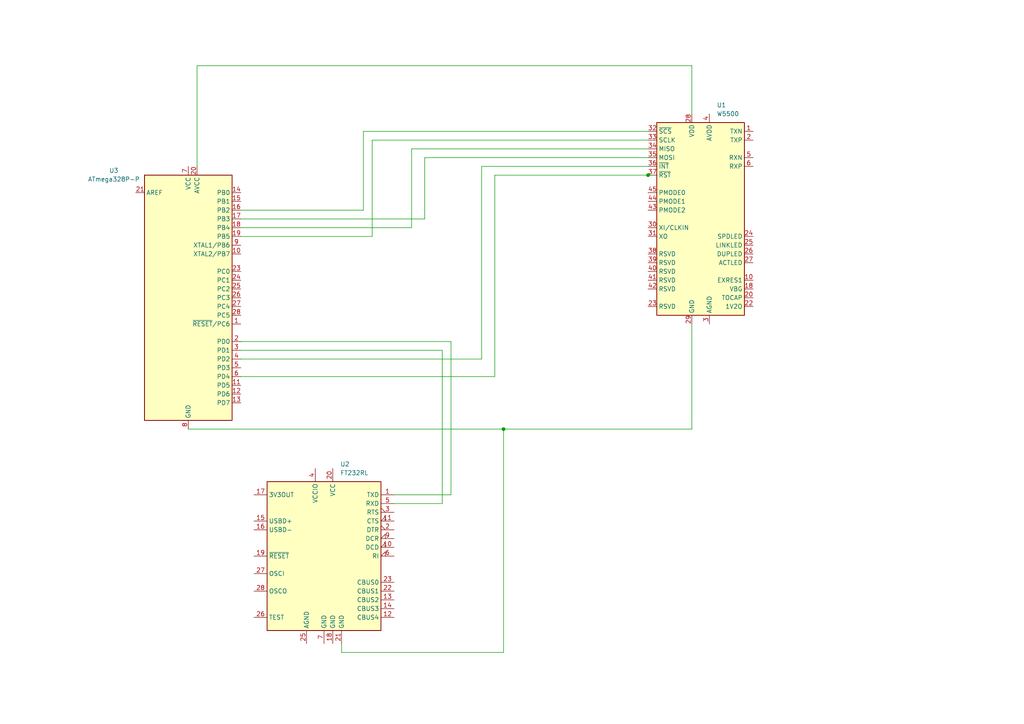
<source format=kicad_sch>
(kicad_sch
	(version 20250114)
	(generator "eeschema")
	(generator_version "9.0")
	(uuid "66841223-ad45-475d-8a03-75366774ef75")
	(paper "A4")
	(title_block
		(title "Smart Bell Haufe")
		(rev "1.0.0")
	)
	(lib_symbols
		(symbol "Interface_Ethernet:W5500"
			(exclude_from_sim no)
			(in_bom yes)
			(on_board yes)
			(property "Reference" "U"
				(at -11.43 29.21 0)
				(effects
					(font
						(size 1.27 1.27)
					)
				)
			)
			(property "Value" "W5500"
				(at 8.89 29.21 0)
				(effects
					(font
						(size 1.27 1.27)
					)
				)
			)
			(property "Footprint" "Package_QFP:LQFP-48_7x7mm_P0.5mm"
				(at 0 41.91 0)
				(effects
					(font
						(size 1.27 1.27)
					)
					(hide yes)
				)
			)
			(property "Datasheet" "http://wizwiki.net/wiki/lib/exe/fetch.php/products:w5500:w5500_ds_v109e.pdf"
				(at 0 25.4 0)
				(effects
					(font
						(size 1.27 1.27)
					)
					(hide yes)
				)
			)
			(property "Description" "10/100Mb SPI Ethernet controller with TCP/IP stack, LQFP-48"
				(at 0 0 0)
				(effects
					(font
						(size 1.27 1.27)
					)
					(hide yes)
				)
			)
			(property "ki_keywords" "WIZnet Ethernet controller"
				(at 0 0 0)
				(effects
					(font
						(size 1.27 1.27)
					)
					(hide yes)
				)
			)
			(property "ki_fp_filters" "LQFP*7x7mm*P0.5mm*"
				(at 0 0 0)
				(effects
					(font
						(size 1.27 1.27)
					)
					(hide yes)
				)
			)
			(symbol "W5500_0_1"
				(rectangle
					(start -12.7 27.94)
					(end 12.7 -27.94)
					(stroke
						(width 0.254)
						(type default)
					)
					(fill
						(type background)
					)
				)
			)
			(symbol "W5500_1_1"
				(pin input line
					(at -15.24 25.4 0)
					(length 2.54)
					(name "~{SCS}"
						(effects
							(font
								(size 1.27 1.27)
							)
						)
					)
					(number "32"
						(effects
							(font
								(size 1.27 1.27)
							)
						)
					)
				)
				(pin input line
					(at -15.24 22.86 0)
					(length 2.54)
					(name "SCLK"
						(effects
							(font
								(size 1.27 1.27)
							)
						)
					)
					(number "33"
						(effects
							(font
								(size 1.27 1.27)
							)
						)
					)
				)
				(pin output line
					(at -15.24 20.32 0)
					(length 2.54)
					(name "MISO"
						(effects
							(font
								(size 1.27 1.27)
							)
						)
					)
					(number "34"
						(effects
							(font
								(size 1.27 1.27)
							)
						)
					)
				)
				(pin input line
					(at -15.24 17.78 0)
					(length 2.54)
					(name "MOSI"
						(effects
							(font
								(size 1.27 1.27)
							)
						)
					)
					(number "35"
						(effects
							(font
								(size 1.27 1.27)
							)
						)
					)
				)
				(pin input line
					(at -15.24 15.24 0)
					(length 2.54)
					(name "~{INT}"
						(effects
							(font
								(size 1.27 1.27)
							)
						)
					)
					(number "36"
						(effects
							(font
								(size 1.27 1.27)
							)
						)
					)
				)
				(pin input line
					(at -15.24 12.7 0)
					(length 2.54)
					(name "~{RST}"
						(effects
							(font
								(size 1.27 1.27)
							)
						)
					)
					(number "37"
						(effects
							(font
								(size 1.27 1.27)
							)
						)
					)
				)
				(pin input line
					(at -15.24 7.62 0)
					(length 2.54)
					(name "PMODE0"
						(effects
							(font
								(size 1.27 1.27)
							)
						)
					)
					(number "45"
						(effects
							(font
								(size 1.27 1.27)
							)
						)
					)
				)
				(pin input line
					(at -15.24 5.08 0)
					(length 2.54)
					(name "PMODE1"
						(effects
							(font
								(size 1.27 1.27)
							)
						)
					)
					(number "44"
						(effects
							(font
								(size 1.27 1.27)
							)
						)
					)
				)
				(pin input line
					(at -15.24 2.54 0)
					(length 2.54)
					(name "PMODE2"
						(effects
							(font
								(size 1.27 1.27)
							)
						)
					)
					(number "43"
						(effects
							(font
								(size 1.27 1.27)
							)
						)
					)
				)
				(pin input line
					(at -15.24 -2.54 0)
					(length 2.54)
					(name "XI/CLKIN"
						(effects
							(font
								(size 1.27 1.27)
							)
						)
					)
					(number "30"
						(effects
							(font
								(size 1.27 1.27)
							)
						)
					)
				)
				(pin output line
					(at -15.24 -5.08 0)
					(length 2.54)
					(name "XO"
						(effects
							(font
								(size 1.27 1.27)
							)
						)
					)
					(number "31"
						(effects
							(font
								(size 1.27 1.27)
							)
						)
					)
				)
				(pin input line
					(at -15.24 -10.16 0)
					(length 2.54)
					(name "RSVD"
						(effects
							(font
								(size 1.27 1.27)
							)
						)
					)
					(number "38"
						(effects
							(font
								(size 1.27 1.27)
							)
						)
					)
				)
				(pin input line
					(at -15.24 -12.7 0)
					(length 2.54)
					(name "RSVD"
						(effects
							(font
								(size 1.27 1.27)
							)
						)
					)
					(number "39"
						(effects
							(font
								(size 1.27 1.27)
							)
						)
					)
				)
				(pin input line
					(at -15.24 -15.24 0)
					(length 2.54)
					(name "RSVD"
						(effects
							(font
								(size 1.27 1.27)
							)
						)
					)
					(number "40"
						(effects
							(font
								(size 1.27 1.27)
							)
						)
					)
				)
				(pin input line
					(at -15.24 -17.78 0)
					(length 2.54)
					(name "RSVD"
						(effects
							(font
								(size 1.27 1.27)
							)
						)
					)
					(number "41"
						(effects
							(font
								(size 1.27 1.27)
							)
						)
					)
				)
				(pin input line
					(at -15.24 -20.32 0)
					(length 2.54)
					(name "RSVD"
						(effects
							(font
								(size 1.27 1.27)
							)
						)
					)
					(number "42"
						(effects
							(font
								(size 1.27 1.27)
							)
						)
					)
				)
				(pin input line
					(at -15.24 -25.4 0)
					(length 2.54)
					(name "RSVD"
						(effects
							(font
								(size 1.27 1.27)
							)
						)
					)
					(number "23"
						(effects
							(font
								(size 1.27 1.27)
							)
						)
					)
				)
				(pin power_in line
					(at -2.54 30.48 270)
					(length 2.54)
					(name "VDD"
						(effects
							(font
								(size 1.27 1.27)
							)
						)
					)
					(number "28"
						(effects
							(font
								(size 1.27 1.27)
							)
						)
					)
				)
				(pin power_in line
					(at -2.54 -30.48 90)
					(length 2.54)
					(name "GND"
						(effects
							(font
								(size 1.27 1.27)
							)
						)
					)
					(number "29"
						(effects
							(font
								(size 1.27 1.27)
							)
						)
					)
				)
				(pin passive line
					(at 2.54 30.48 270)
					(length 2.54)
					(hide yes)
					(name "AVDD"
						(effects
							(font
								(size 1.27 1.27)
							)
						)
					)
					(number "11"
						(effects
							(font
								(size 1.27 1.27)
							)
						)
					)
				)
				(pin passive line
					(at 2.54 30.48 270)
					(length 2.54)
					(hide yes)
					(name "AVDD"
						(effects
							(font
								(size 1.27 1.27)
							)
						)
					)
					(number "15"
						(effects
							(font
								(size 1.27 1.27)
							)
						)
					)
				)
				(pin passive line
					(at 2.54 30.48 270)
					(length 2.54)
					(hide yes)
					(name "AVDD"
						(effects
							(font
								(size 1.27 1.27)
							)
						)
					)
					(number "17"
						(effects
							(font
								(size 1.27 1.27)
							)
						)
					)
				)
				(pin passive line
					(at 2.54 30.48 270)
					(length 2.54)
					(hide yes)
					(name "AVDD"
						(effects
							(font
								(size 1.27 1.27)
							)
						)
					)
					(number "21"
						(effects
							(font
								(size 1.27 1.27)
							)
						)
					)
				)
				(pin power_in line
					(at 2.54 30.48 270)
					(length 2.54)
					(name "AVDD"
						(effects
							(font
								(size 1.27 1.27)
							)
						)
					)
					(number "4"
						(effects
							(font
								(size 1.27 1.27)
							)
						)
					)
				)
				(pin passive line
					(at 2.54 30.48 270)
					(length 2.54)
					(hide yes)
					(name "AVDD"
						(effects
							(font
								(size 1.27 1.27)
							)
						)
					)
					(number "8"
						(effects
							(font
								(size 1.27 1.27)
							)
						)
					)
				)
				(pin passive line
					(at 2.54 -30.48 90)
					(length 2.54)
					(hide yes)
					(name "AGND"
						(effects
							(font
								(size 1.27 1.27)
							)
						)
					)
					(number "14"
						(effects
							(font
								(size 1.27 1.27)
							)
						)
					)
				)
				(pin passive line
					(at 2.54 -30.48 90)
					(length 2.54)
					(hide yes)
					(name "AGND"
						(effects
							(font
								(size 1.27 1.27)
							)
						)
					)
					(number "16"
						(effects
							(font
								(size 1.27 1.27)
							)
						)
					)
				)
				(pin passive line
					(at 2.54 -30.48 90)
					(length 2.54)
					(hide yes)
					(name "AGND"
						(effects
							(font
								(size 1.27 1.27)
							)
						)
					)
					(number "19"
						(effects
							(font
								(size 1.27 1.27)
							)
						)
					)
				)
				(pin power_in line
					(at 2.54 -30.48 90)
					(length 2.54)
					(name "AGND"
						(effects
							(font
								(size 1.27 1.27)
							)
						)
					)
					(number "3"
						(effects
							(font
								(size 1.27 1.27)
							)
						)
					)
				)
				(pin passive line
					(at 2.54 -30.48 90)
					(length 2.54)
					(hide yes)
					(name "AGND"
						(effects
							(font
								(size 1.27 1.27)
							)
						)
					)
					(number "48"
						(effects
							(font
								(size 1.27 1.27)
							)
						)
					)
				)
				(pin passive line
					(at 2.54 -30.48 90)
					(length 2.54)
					(hide yes)
					(name "AGND"
						(effects
							(font
								(size 1.27 1.27)
							)
						)
					)
					(number "9"
						(effects
							(font
								(size 1.27 1.27)
							)
						)
					)
				)
				(pin no_connect line
					(at 12.7 10.16 180)
					(length 2.54)
					(hide yes)
					(name "DNC"
						(effects
							(font
								(size 1.27 1.27)
							)
						)
					)
					(number "7"
						(effects
							(font
								(size 1.27 1.27)
							)
						)
					)
				)
				(pin no_connect line
					(at 12.7 7.62 180)
					(length 2.54)
					(hide yes)
					(name "NC"
						(effects
							(font
								(size 1.27 1.27)
							)
						)
					)
					(number "12"
						(effects
							(font
								(size 1.27 1.27)
							)
						)
					)
				)
				(pin no_connect line
					(at 12.7 5.08 180)
					(length 2.54)
					(hide yes)
					(name "NC"
						(effects
							(font
								(size 1.27 1.27)
							)
						)
					)
					(number "13"
						(effects
							(font
								(size 1.27 1.27)
							)
						)
					)
				)
				(pin no_connect line
					(at 12.7 2.54 180)
					(length 2.54)
					(hide yes)
					(name "NC"
						(effects
							(font
								(size 1.27 1.27)
							)
						)
					)
					(number "46"
						(effects
							(font
								(size 1.27 1.27)
							)
						)
					)
				)
				(pin no_connect line
					(at 12.7 0 180)
					(length 2.54)
					(hide yes)
					(name "NC"
						(effects
							(font
								(size 1.27 1.27)
							)
						)
					)
					(number "47"
						(effects
							(font
								(size 1.27 1.27)
							)
						)
					)
				)
				(pin output line
					(at 15.24 25.4 180)
					(length 2.54)
					(name "TXN"
						(effects
							(font
								(size 1.27 1.27)
							)
						)
					)
					(number "1"
						(effects
							(font
								(size 1.27 1.27)
							)
						)
					)
				)
				(pin output line
					(at 15.24 22.86 180)
					(length 2.54)
					(name "TXP"
						(effects
							(font
								(size 1.27 1.27)
							)
						)
					)
					(number "2"
						(effects
							(font
								(size 1.27 1.27)
							)
						)
					)
				)
				(pin input line
					(at 15.24 17.78 180)
					(length 2.54)
					(name "RXN"
						(effects
							(font
								(size 1.27 1.27)
							)
						)
					)
					(number "5"
						(effects
							(font
								(size 1.27 1.27)
							)
						)
					)
				)
				(pin input line
					(at 15.24 15.24 180)
					(length 2.54)
					(name "RXP"
						(effects
							(font
								(size 1.27 1.27)
							)
						)
					)
					(number "6"
						(effects
							(font
								(size 1.27 1.27)
							)
						)
					)
				)
				(pin output line
					(at 15.24 -5.08 180)
					(length 2.54)
					(name "SPDLED"
						(effects
							(font
								(size 1.27 1.27)
							)
						)
					)
					(number "24"
						(effects
							(font
								(size 1.27 1.27)
							)
						)
					)
				)
				(pin output line
					(at 15.24 -7.62 180)
					(length 2.54)
					(name "LINKLED"
						(effects
							(font
								(size 1.27 1.27)
							)
						)
					)
					(number "25"
						(effects
							(font
								(size 1.27 1.27)
							)
						)
					)
				)
				(pin output line
					(at 15.24 -10.16 180)
					(length 2.54)
					(name "DUPLED"
						(effects
							(font
								(size 1.27 1.27)
							)
						)
					)
					(number "26"
						(effects
							(font
								(size 1.27 1.27)
							)
						)
					)
				)
				(pin output line
					(at 15.24 -12.7 180)
					(length 2.54)
					(name "ACTLED"
						(effects
							(font
								(size 1.27 1.27)
							)
						)
					)
					(number "27"
						(effects
							(font
								(size 1.27 1.27)
							)
						)
					)
				)
				(pin passive line
					(at 15.24 -17.78 180)
					(length 2.54)
					(name "EXRES1"
						(effects
							(font
								(size 1.27 1.27)
							)
						)
					)
					(number "10"
						(effects
							(font
								(size 1.27 1.27)
							)
						)
					)
				)
				(pin passive line
					(at 15.24 -20.32 180)
					(length 2.54)
					(name "VBG"
						(effects
							(font
								(size 1.27 1.27)
							)
						)
					)
					(number "18"
						(effects
							(font
								(size 1.27 1.27)
							)
						)
					)
				)
				(pin passive line
					(at 15.24 -22.86 180)
					(length 2.54)
					(name "TOCAP"
						(effects
							(font
								(size 1.27 1.27)
							)
						)
					)
					(number "20"
						(effects
							(font
								(size 1.27 1.27)
							)
						)
					)
				)
				(pin output line
					(at 15.24 -25.4 180)
					(length 2.54)
					(name "1V2O"
						(effects
							(font
								(size 1.27 1.27)
							)
						)
					)
					(number "22"
						(effects
							(font
								(size 1.27 1.27)
							)
						)
					)
				)
			)
			(embedded_fonts no)
		)
		(symbol "Interface_USB:FT232RL"
			(exclude_from_sim no)
			(in_bom yes)
			(on_board yes)
			(property "Reference" "U"
				(at -16.51 22.86 0)
				(effects
					(font
						(size 1.27 1.27)
					)
					(justify left)
				)
			)
			(property "Value" "FT232RL"
				(at 10.16 22.86 0)
				(effects
					(font
						(size 1.27 1.27)
					)
					(justify left)
				)
			)
			(property "Footprint" "Package_SO:SSOP-28_5.3x10.2mm_P0.65mm"
				(at 27.94 -22.86 0)
				(effects
					(font
						(size 1.27 1.27)
					)
					(hide yes)
				)
			)
			(property "Datasheet" "https://www.ftdichip.com/Support/Documents/DataSheets/ICs/DS_FT232R.pdf"
				(at 0 0 0)
				(effects
					(font
						(size 1.27 1.27)
					)
					(hide yes)
				)
			)
			(property "Description" "USB to Serial Interface, SSOP-28"
				(at 0 0 0)
				(effects
					(font
						(size 1.27 1.27)
					)
					(hide yes)
				)
			)
			(property "ki_keywords" "FTDI USB Serial"
				(at 0 0 0)
				(effects
					(font
						(size 1.27 1.27)
					)
					(hide yes)
				)
			)
			(property "ki_fp_filters" "SSOP*5.3x10.2mm*P0.65mm*"
				(at 0 0 0)
				(effects
					(font
						(size 1.27 1.27)
					)
					(hide yes)
				)
			)
			(symbol "FT232RL_0_1"
				(rectangle
					(start -16.51 21.59)
					(end 16.51 -21.59)
					(stroke
						(width 0.254)
						(type default)
					)
					(fill
						(type background)
					)
				)
			)
			(symbol "FT232RL_1_1"
				(pin power_out line
					(at -20.32 17.78 0)
					(length 3.81)
					(name "3V3OUT"
						(effects
							(font
								(size 1.27 1.27)
							)
						)
					)
					(number "17"
						(effects
							(font
								(size 1.27 1.27)
							)
						)
					)
				)
				(pin bidirectional line
					(at -20.32 10.16 0)
					(length 3.81)
					(name "USBD+"
						(effects
							(font
								(size 1.27 1.27)
							)
						)
					)
					(number "15"
						(effects
							(font
								(size 1.27 1.27)
							)
						)
					)
				)
				(pin bidirectional line
					(at -20.32 7.62 0)
					(length 3.81)
					(name "USBD-"
						(effects
							(font
								(size 1.27 1.27)
							)
						)
					)
					(number "16"
						(effects
							(font
								(size 1.27 1.27)
							)
						)
					)
				)
				(pin input line
					(at -20.32 0 0)
					(length 3.81)
					(name "~{RESET}"
						(effects
							(font
								(size 1.27 1.27)
							)
						)
					)
					(number "19"
						(effects
							(font
								(size 1.27 1.27)
							)
						)
					)
				)
				(pin input line
					(at -20.32 -5.08 0)
					(length 3.81)
					(name "OSCI"
						(effects
							(font
								(size 1.27 1.27)
							)
						)
					)
					(number "27"
						(effects
							(font
								(size 1.27 1.27)
							)
						)
					)
				)
				(pin output line
					(at -20.32 -10.16 0)
					(length 3.81)
					(name "OSCO"
						(effects
							(font
								(size 1.27 1.27)
							)
						)
					)
					(number "28"
						(effects
							(font
								(size 1.27 1.27)
							)
						)
					)
				)
				(pin input line
					(at -20.32 -17.78 0)
					(length 3.81)
					(name "TEST"
						(effects
							(font
								(size 1.27 1.27)
							)
						)
					)
					(number "26"
						(effects
							(font
								(size 1.27 1.27)
							)
						)
					)
				)
				(pin power_in line
					(at -5.08 -25.4 90)
					(length 3.81)
					(name "AGND"
						(effects
							(font
								(size 1.27 1.27)
							)
						)
					)
					(number "25"
						(effects
							(font
								(size 1.27 1.27)
							)
						)
					)
				)
				(pin power_in line
					(at -2.54 25.4 270)
					(length 3.81)
					(name "VCCIO"
						(effects
							(font
								(size 1.27 1.27)
							)
						)
					)
					(number "4"
						(effects
							(font
								(size 1.27 1.27)
							)
						)
					)
				)
				(pin power_in line
					(at 0 -25.4 90)
					(length 3.81)
					(name "GND"
						(effects
							(font
								(size 1.27 1.27)
							)
						)
					)
					(number "7"
						(effects
							(font
								(size 1.27 1.27)
							)
						)
					)
				)
				(pin power_in line
					(at 2.54 25.4 270)
					(length 3.81)
					(name "VCC"
						(effects
							(font
								(size 1.27 1.27)
							)
						)
					)
					(number "20"
						(effects
							(font
								(size 1.27 1.27)
							)
						)
					)
				)
				(pin power_in line
					(at 2.54 -25.4 90)
					(length 3.81)
					(name "GND"
						(effects
							(font
								(size 1.27 1.27)
							)
						)
					)
					(number "18"
						(effects
							(font
								(size 1.27 1.27)
							)
						)
					)
				)
				(pin power_in line
					(at 5.08 -25.4 90)
					(length 3.81)
					(name "GND"
						(effects
							(font
								(size 1.27 1.27)
							)
						)
					)
					(number "21"
						(effects
							(font
								(size 1.27 1.27)
							)
						)
					)
				)
				(pin output line
					(at 20.32 17.78 180)
					(length 3.81)
					(name "TXD"
						(effects
							(font
								(size 1.27 1.27)
							)
						)
					)
					(number "1"
						(effects
							(font
								(size 1.27 1.27)
							)
						)
					)
				)
				(pin input line
					(at 20.32 15.24 180)
					(length 3.81)
					(name "RXD"
						(effects
							(font
								(size 1.27 1.27)
							)
						)
					)
					(number "5"
						(effects
							(font
								(size 1.27 1.27)
							)
						)
					)
				)
				(pin output output_low
					(at 20.32 12.7 180)
					(length 3.81)
					(name "RTS"
						(effects
							(font
								(size 1.27 1.27)
							)
						)
					)
					(number "3"
						(effects
							(font
								(size 1.27 1.27)
							)
						)
					)
				)
				(pin input input_low
					(at 20.32 10.16 180)
					(length 3.81)
					(name "CTS"
						(effects
							(font
								(size 1.27 1.27)
							)
						)
					)
					(number "11"
						(effects
							(font
								(size 1.27 1.27)
							)
						)
					)
				)
				(pin output output_low
					(at 20.32 7.62 180)
					(length 3.81)
					(name "DTR"
						(effects
							(font
								(size 1.27 1.27)
							)
						)
					)
					(number "2"
						(effects
							(font
								(size 1.27 1.27)
							)
						)
					)
				)
				(pin input input_low
					(at 20.32 5.08 180)
					(length 3.81)
					(name "DCR"
						(effects
							(font
								(size 1.27 1.27)
							)
						)
					)
					(number "9"
						(effects
							(font
								(size 1.27 1.27)
							)
						)
					)
				)
				(pin input input_low
					(at 20.32 2.54 180)
					(length 3.81)
					(name "DCD"
						(effects
							(font
								(size 1.27 1.27)
							)
						)
					)
					(number "10"
						(effects
							(font
								(size 1.27 1.27)
							)
						)
					)
				)
				(pin input input_low
					(at 20.32 0 180)
					(length 3.81)
					(name "RI"
						(effects
							(font
								(size 1.27 1.27)
							)
						)
					)
					(number "6"
						(effects
							(font
								(size 1.27 1.27)
							)
						)
					)
				)
				(pin bidirectional line
					(at 20.32 -7.62 180)
					(length 3.81)
					(name "CBUS0"
						(effects
							(font
								(size 1.27 1.27)
							)
						)
					)
					(number "23"
						(effects
							(font
								(size 1.27 1.27)
							)
						)
					)
				)
				(pin bidirectional line
					(at 20.32 -10.16 180)
					(length 3.81)
					(name "CBUS1"
						(effects
							(font
								(size 1.27 1.27)
							)
						)
					)
					(number "22"
						(effects
							(font
								(size 1.27 1.27)
							)
						)
					)
				)
				(pin bidirectional line
					(at 20.32 -12.7 180)
					(length 3.81)
					(name "CBUS2"
						(effects
							(font
								(size 1.27 1.27)
							)
						)
					)
					(number "13"
						(effects
							(font
								(size 1.27 1.27)
							)
						)
					)
				)
				(pin bidirectional line
					(at 20.32 -15.24 180)
					(length 3.81)
					(name "CBUS3"
						(effects
							(font
								(size 1.27 1.27)
							)
						)
					)
					(number "14"
						(effects
							(font
								(size 1.27 1.27)
							)
						)
					)
				)
				(pin bidirectional line
					(at 20.32 -17.78 180)
					(length 3.81)
					(name "CBUS4"
						(effects
							(font
								(size 1.27 1.27)
							)
						)
					)
					(number "12"
						(effects
							(font
								(size 1.27 1.27)
							)
						)
					)
				)
			)
			(embedded_fonts no)
		)
		(symbol "MCU_Microchip_ATmega:ATmega328P-P"
			(exclude_from_sim no)
			(in_bom yes)
			(on_board yes)
			(property "Reference" "U"
				(at -12.7 36.83 0)
				(effects
					(font
						(size 1.27 1.27)
					)
					(justify left bottom)
				)
			)
			(property "Value" "ATmega328P-P"
				(at 2.54 -36.83 0)
				(effects
					(font
						(size 1.27 1.27)
					)
					(justify left top)
				)
			)
			(property "Footprint" "Package_DIP:DIP-28_W7.62mm"
				(at 0 0 0)
				(effects
					(font
						(size 1.27 1.27)
						(italic yes)
					)
					(hide yes)
				)
			)
			(property "Datasheet" "http://ww1.microchip.com/downloads/en/DeviceDoc/ATmega328_P%20AVR%20MCU%20with%20picoPower%20Technology%20Data%20Sheet%2040001984A.pdf"
				(at 0 0 0)
				(effects
					(font
						(size 1.27 1.27)
					)
					(hide yes)
				)
			)
			(property "Description" "20MHz, 32kB Flash, 2kB SRAM, 1kB EEPROM, DIP-28"
				(at 0 0 0)
				(effects
					(font
						(size 1.27 1.27)
					)
					(hide yes)
				)
			)
			(property "ki_keywords" "AVR 8bit Microcontroller MegaAVR PicoPower"
				(at 0 0 0)
				(effects
					(font
						(size 1.27 1.27)
					)
					(hide yes)
				)
			)
			(property "ki_fp_filters" "DIP*W7.62mm*"
				(at 0 0 0)
				(effects
					(font
						(size 1.27 1.27)
					)
					(hide yes)
				)
			)
			(symbol "ATmega328P-P_0_1"
				(rectangle
					(start -12.7 -35.56)
					(end 12.7 35.56)
					(stroke
						(width 0.254)
						(type default)
					)
					(fill
						(type background)
					)
				)
			)
			(symbol "ATmega328P-P_1_1"
				(pin passive line
					(at -15.24 30.48 0)
					(length 2.54)
					(name "AREF"
						(effects
							(font
								(size 1.27 1.27)
							)
						)
					)
					(number "21"
						(effects
							(font
								(size 1.27 1.27)
							)
						)
					)
				)
				(pin power_in line
					(at 0 38.1 270)
					(length 2.54)
					(name "VCC"
						(effects
							(font
								(size 1.27 1.27)
							)
						)
					)
					(number "7"
						(effects
							(font
								(size 1.27 1.27)
							)
						)
					)
				)
				(pin passive line
					(at 0 -38.1 90)
					(length 2.54)
					(hide yes)
					(name "GND"
						(effects
							(font
								(size 1.27 1.27)
							)
						)
					)
					(number "22"
						(effects
							(font
								(size 1.27 1.27)
							)
						)
					)
				)
				(pin power_in line
					(at 0 -38.1 90)
					(length 2.54)
					(name "GND"
						(effects
							(font
								(size 1.27 1.27)
							)
						)
					)
					(number "8"
						(effects
							(font
								(size 1.27 1.27)
							)
						)
					)
				)
				(pin power_in line
					(at 2.54 38.1 270)
					(length 2.54)
					(name "AVCC"
						(effects
							(font
								(size 1.27 1.27)
							)
						)
					)
					(number "20"
						(effects
							(font
								(size 1.27 1.27)
							)
						)
					)
				)
				(pin bidirectional line
					(at 15.24 30.48 180)
					(length 2.54)
					(name "PB0"
						(effects
							(font
								(size 1.27 1.27)
							)
						)
					)
					(number "14"
						(effects
							(font
								(size 1.27 1.27)
							)
						)
					)
				)
				(pin bidirectional line
					(at 15.24 27.94 180)
					(length 2.54)
					(name "PB1"
						(effects
							(font
								(size 1.27 1.27)
							)
						)
					)
					(number "15"
						(effects
							(font
								(size 1.27 1.27)
							)
						)
					)
				)
				(pin bidirectional line
					(at 15.24 25.4 180)
					(length 2.54)
					(name "PB2"
						(effects
							(font
								(size 1.27 1.27)
							)
						)
					)
					(number "16"
						(effects
							(font
								(size 1.27 1.27)
							)
						)
					)
				)
				(pin bidirectional line
					(at 15.24 22.86 180)
					(length 2.54)
					(name "PB3"
						(effects
							(font
								(size 1.27 1.27)
							)
						)
					)
					(number "17"
						(effects
							(font
								(size 1.27 1.27)
							)
						)
					)
				)
				(pin bidirectional line
					(at 15.24 20.32 180)
					(length 2.54)
					(name "PB4"
						(effects
							(font
								(size 1.27 1.27)
							)
						)
					)
					(number "18"
						(effects
							(font
								(size 1.27 1.27)
							)
						)
					)
				)
				(pin bidirectional line
					(at 15.24 17.78 180)
					(length 2.54)
					(name "PB5"
						(effects
							(font
								(size 1.27 1.27)
							)
						)
					)
					(number "19"
						(effects
							(font
								(size 1.27 1.27)
							)
						)
					)
				)
				(pin bidirectional line
					(at 15.24 15.24 180)
					(length 2.54)
					(name "XTAL1/PB6"
						(effects
							(font
								(size 1.27 1.27)
							)
						)
					)
					(number "9"
						(effects
							(font
								(size 1.27 1.27)
							)
						)
					)
				)
				(pin bidirectional line
					(at 15.24 12.7 180)
					(length 2.54)
					(name "XTAL2/PB7"
						(effects
							(font
								(size 1.27 1.27)
							)
						)
					)
					(number "10"
						(effects
							(font
								(size 1.27 1.27)
							)
						)
					)
				)
				(pin bidirectional line
					(at 15.24 7.62 180)
					(length 2.54)
					(name "PC0"
						(effects
							(font
								(size 1.27 1.27)
							)
						)
					)
					(number "23"
						(effects
							(font
								(size 1.27 1.27)
							)
						)
					)
				)
				(pin bidirectional line
					(at 15.24 5.08 180)
					(length 2.54)
					(name "PC1"
						(effects
							(font
								(size 1.27 1.27)
							)
						)
					)
					(number "24"
						(effects
							(font
								(size 1.27 1.27)
							)
						)
					)
				)
				(pin bidirectional line
					(at 15.24 2.54 180)
					(length 2.54)
					(name "PC2"
						(effects
							(font
								(size 1.27 1.27)
							)
						)
					)
					(number "25"
						(effects
							(font
								(size 1.27 1.27)
							)
						)
					)
				)
				(pin bidirectional line
					(at 15.24 0 180)
					(length 2.54)
					(name "PC3"
						(effects
							(font
								(size 1.27 1.27)
							)
						)
					)
					(number "26"
						(effects
							(font
								(size 1.27 1.27)
							)
						)
					)
				)
				(pin bidirectional line
					(at 15.24 -2.54 180)
					(length 2.54)
					(name "PC4"
						(effects
							(font
								(size 1.27 1.27)
							)
						)
					)
					(number "27"
						(effects
							(font
								(size 1.27 1.27)
							)
						)
					)
				)
				(pin bidirectional line
					(at 15.24 -5.08 180)
					(length 2.54)
					(name "PC5"
						(effects
							(font
								(size 1.27 1.27)
							)
						)
					)
					(number "28"
						(effects
							(font
								(size 1.27 1.27)
							)
						)
					)
				)
				(pin bidirectional line
					(at 15.24 -7.62 180)
					(length 2.54)
					(name "~{RESET}/PC6"
						(effects
							(font
								(size 1.27 1.27)
							)
						)
					)
					(number "1"
						(effects
							(font
								(size 1.27 1.27)
							)
						)
					)
				)
				(pin bidirectional line
					(at 15.24 -12.7 180)
					(length 2.54)
					(name "PD0"
						(effects
							(font
								(size 1.27 1.27)
							)
						)
					)
					(number "2"
						(effects
							(font
								(size 1.27 1.27)
							)
						)
					)
				)
				(pin bidirectional line
					(at 15.24 -15.24 180)
					(length 2.54)
					(name "PD1"
						(effects
							(font
								(size 1.27 1.27)
							)
						)
					)
					(number "3"
						(effects
							(font
								(size 1.27 1.27)
							)
						)
					)
				)
				(pin bidirectional line
					(at 15.24 -17.78 180)
					(length 2.54)
					(name "PD2"
						(effects
							(font
								(size 1.27 1.27)
							)
						)
					)
					(number "4"
						(effects
							(font
								(size 1.27 1.27)
							)
						)
					)
				)
				(pin bidirectional line
					(at 15.24 -20.32 180)
					(length 2.54)
					(name "PD3"
						(effects
							(font
								(size 1.27 1.27)
							)
						)
					)
					(number "5"
						(effects
							(font
								(size 1.27 1.27)
							)
						)
					)
				)
				(pin bidirectional line
					(at 15.24 -22.86 180)
					(length 2.54)
					(name "PD4"
						(effects
							(font
								(size 1.27 1.27)
							)
						)
					)
					(number "6"
						(effects
							(font
								(size 1.27 1.27)
							)
						)
					)
				)
				(pin bidirectional line
					(at 15.24 -25.4 180)
					(length 2.54)
					(name "PD5"
						(effects
							(font
								(size 1.27 1.27)
							)
						)
					)
					(number "11"
						(effects
							(font
								(size 1.27 1.27)
							)
						)
					)
				)
				(pin bidirectional line
					(at 15.24 -27.94 180)
					(length 2.54)
					(name "PD6"
						(effects
							(font
								(size 1.27 1.27)
							)
						)
					)
					(number "12"
						(effects
							(font
								(size 1.27 1.27)
							)
						)
					)
				)
				(pin bidirectional line
					(at 15.24 -30.48 180)
					(length 2.54)
					(name "PD7"
						(effects
							(font
								(size 1.27 1.27)
							)
						)
					)
					(number "13"
						(effects
							(font
								(size 1.27 1.27)
							)
						)
					)
				)
			)
			(embedded_fonts no)
		)
	)
	(junction
		(at 187.96 50.8)
		(diameter 0)
		(color 0 0 0 0)
		(uuid "0824f431-ee6a-465a-959b-5b7c106c5f21")
	)
	(junction
		(at 146.05 124.46)
		(diameter 0)
		(color 0 0 0 0)
		(uuid "63bf89b2-9bfd-46f1-8d5d-11befc331281")
	)
	(wire
		(pts
			(xy 69.85 63.5) (xy 123.19 63.5)
		)
		(stroke
			(width 0)
			(type default)
		)
		(uuid "0dc56177-967b-49f9-b02d-ce866f95e2cd")
	)
	(wire
		(pts
			(xy 119.38 43.18) (xy 187.96 43.18)
		)
		(stroke
			(width 0)
			(type default)
		)
		(uuid "24fbf726-c674-4095-81ce-a42f750c8f36")
	)
	(wire
		(pts
			(xy 128.27 146.05) (xy 114.3 146.05)
		)
		(stroke
			(width 0)
			(type default)
		)
		(uuid "2aee6792-c5d0-4874-bd20-2bb62166f1d6")
	)
	(wire
		(pts
			(xy 200.66 19.05) (xy 57.15 19.05)
		)
		(stroke
			(width 0)
			(type default)
		)
		(uuid "2c1b4571-01f4-4043-8e8f-f74f74b27815")
	)
	(wire
		(pts
			(xy 119.38 66.04) (xy 119.38 43.18)
		)
		(stroke
			(width 0)
			(type default)
		)
		(uuid "2ea65300-16ec-4995-a5d9-ff03f71846da")
	)
	(wire
		(pts
			(xy 143.51 109.22) (xy 143.51 50.8)
		)
		(stroke
			(width 0)
			(type default)
		)
		(uuid "3c50ff40-330c-4038-8bb7-2d0dea5eff48")
	)
	(wire
		(pts
			(xy 146.05 189.23) (xy 99.06 189.23)
		)
		(stroke
			(width 0)
			(type default)
		)
		(uuid "4257f2ab-076e-4f46-aa31-16faddb8eab9")
	)
	(wire
		(pts
			(xy 69.85 101.6) (xy 128.27 101.6)
		)
		(stroke
			(width 0)
			(type default)
		)
		(uuid "49fdcfa6-c941-4323-983c-1543e505f025")
	)
	(wire
		(pts
			(xy 187.96 40.64) (xy 107.95 40.64)
		)
		(stroke
			(width 0)
			(type default)
		)
		(uuid "570929bc-b12a-4bbb-a87e-ce4dcd3b68ce")
	)
	(wire
		(pts
			(xy 139.7 48.26) (xy 139.7 104.14)
		)
		(stroke
			(width 0)
			(type default)
		)
		(uuid "59b18e47-ace7-4975-97d6-e374a4e7d0a8")
	)
	(wire
		(pts
			(xy 130.81 99.06) (xy 69.85 99.06)
		)
		(stroke
			(width 0)
			(type default)
		)
		(uuid "5e13a687-46ef-4373-a746-27dde3e35901")
	)
	(wire
		(pts
			(xy 107.95 68.58) (xy 69.85 68.58)
		)
		(stroke
			(width 0)
			(type default)
		)
		(uuid "5f94af2e-d5fa-4c6d-9d82-9e800a3c9207")
	)
	(wire
		(pts
			(xy 200.66 124.46) (xy 200.66 93.98)
		)
		(stroke
			(width 0)
			(type default)
		)
		(uuid "67ba9423-a526-4cbb-9d5e-812898da88c1")
	)
	(wire
		(pts
			(xy 123.19 63.5) (xy 123.19 45.72)
		)
		(stroke
			(width 0)
			(type default)
		)
		(uuid "6adee076-7636-4fe3-9f7f-e3c381c2948c")
	)
	(wire
		(pts
			(xy 69.85 66.04) (xy 119.38 66.04)
		)
		(stroke
			(width 0)
			(type default)
		)
		(uuid "79600e73-7fa9-4b72-91c4-ef493a7ce546")
	)
	(wire
		(pts
			(xy 107.95 40.64) (xy 107.95 68.58)
		)
		(stroke
			(width 0)
			(type default)
		)
		(uuid "8583ab02-ebd7-4fa6-ad6a-c7932140c5d9")
	)
	(wire
		(pts
			(xy 99.06 189.23) (xy 99.06 186.69)
		)
		(stroke
			(width 0)
			(type default)
		)
		(uuid "858a9922-8ceb-4549-861d-42c41d434fbd")
	)
	(wire
		(pts
			(xy 54.61 124.46) (xy 146.05 124.46)
		)
		(stroke
			(width 0)
			(type default)
		)
		(uuid "8852b51f-a58c-4cd6-8769-bdefbb74b3b4")
	)
	(wire
		(pts
			(xy 187.96 38.1) (xy 105.41 38.1)
		)
		(stroke
			(width 0)
			(type default)
		)
		(uuid "8ad03d3f-e1bc-4ba6-b0fc-50c28b8723d9")
	)
	(wire
		(pts
			(xy 146.05 124.46) (xy 200.66 124.46)
		)
		(stroke
			(width 0)
			(type default)
		)
		(uuid "8cc7601e-2092-4723-abe3-65e824c32aff")
	)
	(wire
		(pts
			(xy 146.05 124.46) (xy 146.05 189.23)
		)
		(stroke
			(width 0)
			(type default)
		)
		(uuid "9f0c077e-138a-4426-9f4c-e0883fd18401")
	)
	(wire
		(pts
			(xy 139.7 104.14) (xy 69.85 104.14)
		)
		(stroke
			(width 0)
			(type default)
		)
		(uuid "9f76b7b9-b7e1-4b45-a350-27ebb012ddcc")
	)
	(wire
		(pts
			(xy 57.15 19.05) (xy 57.15 48.26)
		)
		(stroke
			(width 0)
			(type default)
		)
		(uuid "acb2e8f6-3918-4448-9fbb-a5e1fe3b7c39")
	)
	(wire
		(pts
			(xy 123.19 45.72) (xy 189.23 45.72)
		)
		(stroke
			(width 0)
			(type default)
		)
		(uuid "aeeba210-dabe-4202-9772-d029833b25da")
	)
	(wire
		(pts
			(xy 128.27 101.6) (xy 128.27 146.05)
		)
		(stroke
			(width 0)
			(type default)
		)
		(uuid "b21d4b48-bfbc-4d9b-9960-44321bf56b65")
	)
	(wire
		(pts
			(xy 130.81 143.51) (xy 114.3 143.51)
		)
		(stroke
			(width 0)
			(type default)
		)
		(uuid "b5ab8240-24c8-4eed-a926-e708d5b7844a")
	)
	(wire
		(pts
			(xy 105.41 38.1) (xy 105.41 60.96)
		)
		(stroke
			(width 0)
			(type default)
		)
		(uuid "b65ebde2-c875-4380-a1ed-54648a23c30d")
	)
	(wire
		(pts
			(xy 187.96 48.26) (xy 139.7 48.26)
		)
		(stroke
			(width 0)
			(type default)
		)
		(uuid "ccc5de6b-9b59-403d-82b8-69aa96085e71")
	)
	(wire
		(pts
			(xy 130.81 143.51) (xy 130.81 99.06)
		)
		(stroke
			(width 0)
			(type default)
		)
		(uuid "dbce62ef-e387-4448-b40b-c2cecfda1c1f")
	)
	(wire
		(pts
			(xy 69.85 109.22) (xy 143.51 109.22)
		)
		(stroke
			(width 0)
			(type default)
		)
		(uuid "eb65d2c5-4931-4b69-9d3b-98fa70910a2f")
	)
	(wire
		(pts
			(xy 143.51 50.8) (xy 187.96 50.8)
		)
		(stroke
			(width 0)
			(type default)
		)
		(uuid "ee3c2faf-499b-4513-a51c-16f3c4447e81")
	)
	(wire
		(pts
			(xy 200.66 19.05) (xy 200.66 33.02)
		)
		(stroke
			(width 0)
			(type default)
		)
		(uuid "f27cc8f5-0843-48a6-9f39-d330cdc76434")
	)
	(wire
		(pts
			(xy 105.41 60.96) (xy 69.85 60.96)
		)
		(stroke
			(width 0)
			(type default)
		)
		(uuid "fa83795b-93ad-4355-9f2e-c6d068b15d41")
	)
	(wire
		(pts
			(xy 187.96 50.8) (xy 189.23 50.8)
		)
		(stroke
			(width 0)
			(type default)
		)
		(uuid "fea50434-6afd-47c9-9734-4627a6bf5f15")
	)
	(symbol
		(lib_id "Interface_Ethernet:W5500")
		(at 203.2 63.5 0)
		(unit 1)
		(exclude_from_sim no)
		(in_bom yes)
		(on_board yes)
		(dnp no)
		(fields_autoplaced yes)
		(uuid "2577900f-7784-4b07-8752-3e2ab780aa28")
		(property "Reference" "U1"
			(at 207.8833 30.48 0)
			(effects
				(font
					(size 1.27 1.27)
				)
				(justify left)
			)
		)
		(property "Value" "W5500"
			(at 207.8833 33.02 0)
			(effects
				(font
					(size 1.27 1.27)
				)
				(justify left)
			)
		)
		(property "Footprint" "Package_QFP:LQFP-48_7x7mm_P0.5mm"
			(at 203.2 21.59 0)
			(effects
				(font
					(size 1.27 1.27)
				)
				(hide yes)
			)
		)
		(property "Datasheet" "http://wizwiki.net/wiki/lib/exe/fetch.php/products:w5500:w5500_ds_v109e.pdf"
			(at 203.2 38.1 0)
			(effects
				(font
					(size 1.27 1.27)
				)
				(hide yes)
			)
		)
		(property "Description" "10/100Mb SPI Ethernet controller with TCP/IP stack, LQFP-48"
			(at 203.2 63.5 0)
			(effects
				(font
					(size 1.27 1.27)
				)
				(hide yes)
			)
		)
		(pin "23"
			(uuid "1a52351d-5f49-419d-a4ef-5bda562fa227")
		)
		(pin "15"
			(uuid "68277f67-a1b5-49c4-b363-cc2331cf944c")
		)
		(pin "1"
			(uuid "701a6877-5e2f-4587-9c94-60817fa355f3")
		)
		(pin "38"
			(uuid "5253ccc0-3f88-457d-af36-c1f2329c7744")
		)
		(pin "39"
			(uuid "b4405b13-f59c-4499-82f2-7e0820f135fd")
		)
		(pin "46"
			(uuid "3726fef4-9da4-4558-9c81-95adab5046ba")
		)
		(pin "45"
			(uuid "86001eae-561f-48ef-bf4b-fa2fe218df55")
		)
		(pin "5"
			(uuid "e9db8ee3-2741-4356-b21f-ffd103c85a21")
		)
		(pin "34"
			(uuid "73115524-8298-479b-8811-c178129c773a")
		)
		(pin "14"
			(uuid "a6c86154-666e-4205-b1c2-cb9785846abd")
		)
		(pin "27"
			(uuid "98039ad9-7a73-4c32-ba78-ca9c7f1d9e81")
		)
		(pin "20"
			(uuid "9d87fb09-fea5-48e3-8187-5a7996085bb3")
		)
		(pin "8"
			(uuid "5275180e-6b53-498d-8dce-adea232f927c")
		)
		(pin "16"
			(uuid "7eb0b8d6-180e-4374-93f5-ab14bbb356e9")
		)
		(pin "19"
			(uuid "b7ff85cc-acf4-4db4-9022-865e3f81c779")
		)
		(pin "10"
			(uuid "b6a2f9fc-3370-41fb-9c26-3e2039d45d0a")
		)
		(pin "30"
			(uuid "6d66783b-5950-4592-821c-91b829d758c3")
		)
		(pin "42"
			(uuid "e2fa24d8-e5c9-4e11-a2e0-b511327f00d1")
		)
		(pin "31"
			(uuid "a5531cb6-142f-4e03-8329-a1b64ab895f4")
		)
		(pin "11"
			(uuid "7808bdc9-81b6-4ea7-a6a1-b101b3f4a824")
		)
		(pin "32"
			(uuid "ae4adc86-5dba-4fa8-a2c0-bfed683c4269")
		)
		(pin "35"
			(uuid "54da019d-6f17-4a91-9bac-695bb6fc3ce5")
		)
		(pin "48"
			(uuid "84794375-7d63-4eb4-abfa-3f76d53ca662")
		)
		(pin "6"
			(uuid "d9b30191-f924-4e42-b753-130e96969646")
		)
		(pin "41"
			(uuid "7f8b0d74-35f2-40ad-a0fb-895da777b828")
		)
		(pin "21"
			(uuid "9e939af2-0484-4386-8e3b-d2945da6664d")
		)
		(pin "4"
			(uuid "99c2ab8e-ceb6-49da-83b9-996b9b1b0e22")
		)
		(pin "9"
			(uuid "2d3ebb40-260b-4aad-a678-91fc6aeff18d")
		)
		(pin "7"
			(uuid "5402e965-3b21-40a0-aa6e-3a7a9df51802")
		)
		(pin "47"
			(uuid "3c63d456-b23d-409c-ad22-527e33bc17af")
		)
		(pin "24"
			(uuid "81521d6e-da8e-4404-8adc-db50bd87771a")
		)
		(pin "25"
			(uuid "efc0b55f-89ef-4f83-888e-6308f10af9a9")
		)
		(pin "18"
			(uuid "91551ad6-75d8-41e0-a7e4-b3c5187e6765")
		)
		(pin "43"
			(uuid "8814b7c8-6409-4638-ad97-2edb4d0bce80")
		)
		(pin "29"
			(uuid "9fda9f80-6d6a-4c62-ad19-f8d01b0fb4c7")
		)
		(pin "36"
			(uuid "89b8199f-3103-4f61-bf3e-d6334286b03e")
		)
		(pin "17"
			(uuid "7aad470e-78f5-4acf-98c9-00227400e0fe")
		)
		(pin "13"
			(uuid "58f947cb-818a-46b7-b037-fa920fbc11ab")
		)
		(pin "12"
			(uuid "a1986321-484d-45a5-b53a-92bedb9d1149")
		)
		(pin "26"
			(uuid "70a074e1-7e85-4bed-aefd-28a449e6a145")
		)
		(pin "22"
			(uuid "34a4b415-32e8-4f40-8340-d6eaf603778a")
		)
		(pin "37"
			(uuid "7cf04228-6818-4b0c-aa0c-e5a0c6f3bf2f")
		)
		(pin "2"
			(uuid "676d28a6-674c-4065-9214-9e29b567805a")
		)
		(pin "40"
			(uuid "4b2d9804-c953-4052-bb75-2009d67eb1dc")
		)
		(pin "28"
			(uuid "b3e0f700-380b-4c64-b1b5-684e73a243d5")
		)
		(pin "33"
			(uuid "5ad9bb02-8b1d-4eb1-b38c-b2c17383c31e")
		)
		(pin "44"
			(uuid "4807f925-6d09-4be4-83d5-cde390f28454")
		)
		(pin "3"
			(uuid "af61aa19-7001-465f-a1a3-7424ed64b995")
		)
		(instances
			(project ""
				(path "/66841223-ad45-475d-8a03-75366774ef75"
					(reference "U1")
					(unit 1)
				)
			)
		)
	)
	(symbol
		(lib_id "MCU_Microchip_ATmega:ATmega328P-P")
		(at 54.61 86.36 0)
		(unit 1)
		(exclude_from_sim no)
		(in_bom yes)
		(on_board yes)
		(dnp no)
		(fields_autoplaced yes)
		(uuid "2c155f6f-b880-4520-aef2-af001dad0744")
		(property "Reference" "U3"
			(at 33.02 49.4598 0)
			(effects
				(font
					(size 1.27 1.27)
				)
			)
		)
		(property "Value" "ATmega328P-P"
			(at 33.02 51.9998 0)
			(effects
				(font
					(size 1.27 1.27)
				)
			)
		)
		(property "Footprint" "Package_DIP:DIP-28_W7.62mm"
			(at 54.61 86.36 0)
			(effects
				(font
					(size 1.27 1.27)
					(italic yes)
				)
				(hide yes)
			)
		)
		(property "Datasheet" "http://ww1.microchip.com/downloads/en/DeviceDoc/ATmega328_P%20AVR%20MCU%20with%20picoPower%20Technology%20Data%20Sheet%2040001984A.pdf"
			(at 54.61 86.36 0)
			(effects
				(font
					(size 1.27 1.27)
				)
				(hide yes)
			)
		)
		(property "Description" "20MHz, 32kB Flash, 2kB SRAM, 1kB EEPROM, DIP-28"
			(at 54.61 86.36 0)
			(effects
				(font
					(size 1.27 1.27)
				)
				(hide yes)
			)
		)
		(pin "16"
			(uuid "b86a2f5e-95de-49e9-87a3-cdaa85660cd6")
		)
		(pin "7"
			(uuid "6080c240-421e-48b1-a12b-b0e6438cbaad")
		)
		(pin "8"
			(uuid "6110a81d-c3f8-43a8-89d7-c68f93fa35dc")
		)
		(pin "15"
			(uuid "1c63d40b-ce1b-4640-90a9-5267cd761ee3")
		)
		(pin "28"
			(uuid "db43dabd-6740-4645-8594-79b3c66ed774")
		)
		(pin "5"
			(uuid "5d2442aa-40fe-4c26-a48e-bfc3da09356b")
		)
		(pin "25"
			(uuid "bf7f5404-67d0-4dec-8917-8fe347df18a7")
		)
		(pin "20"
			(uuid "1044ff8e-c55c-4b67-9232-f1191301be69")
		)
		(pin "17"
			(uuid "82b1b6a9-7d4a-4f7a-91cc-83c5622c380a")
		)
		(pin "9"
			(uuid "300bbf12-4bea-4a4a-b77f-cc9a1de457ad")
		)
		(pin "21"
			(uuid "e9958ced-38df-49c4-a0de-ea45ba94eb8f")
		)
		(pin "26"
			(uuid "adb262d7-8f5c-46e2-86e9-076a4da31fae")
		)
		(pin "22"
			(uuid "352a2eb6-332b-4396-8f28-7aa1014bdea6")
		)
		(pin "14"
			(uuid "16427848-0f11-4437-a84e-abe80ba4e927")
		)
		(pin "18"
			(uuid "64c65496-3ad0-4362-91cd-46891f8ba183")
		)
		(pin "19"
			(uuid "f2961b4d-e2e5-43ae-80ab-bf77c60646e3")
		)
		(pin "10"
			(uuid "dd5e1e86-d0d1-41f6-accf-0519b09f51d1")
		)
		(pin "27"
			(uuid "cec10a11-e81a-48bf-8035-6c877aa4becb")
		)
		(pin "1"
			(uuid "08ac9504-df7d-4a2c-8446-cc6d9faf0501")
		)
		(pin "3"
			(uuid "b59fdcb6-8bb7-4bf3-b61a-5e6ff5a7ad70")
		)
		(pin "23"
			(uuid "81cebe2c-c874-42e7-bc39-2c187b77e905")
		)
		(pin "4"
			(uuid "f2d5587c-2a03-4b00-9363-04b5559f4abd")
		)
		(pin "11"
			(uuid "21ab76c8-8a5e-40a4-8fd8-d51c26c61efa")
		)
		(pin "12"
			(uuid "7834bfaf-7021-4994-9653-57b1b1ddf232")
		)
		(pin "13"
			(uuid "b1e776af-9478-432d-b489-26a4da4369f8")
		)
		(pin "6"
			(uuid "64143e06-2dec-4332-959f-bfbafc799630")
		)
		(pin "24"
			(uuid "f66a5e7a-1c13-4ac3-86d9-3fc137ab9939")
		)
		(pin "2"
			(uuid "52001ad4-c07a-4fa5-8224-7d3fd7d63a18")
		)
		(instances
			(project ""
				(path "/66841223-ad45-475d-8a03-75366774ef75"
					(reference "U3")
					(unit 1)
				)
			)
		)
	)
	(symbol
		(lib_id "Interface_USB:FT232RL")
		(at 93.98 161.29 0)
		(unit 1)
		(exclude_from_sim no)
		(in_bom yes)
		(on_board yes)
		(dnp no)
		(fields_autoplaced yes)
		(uuid "68a1da93-2fbd-4898-9680-62cd44ea0fb1")
		(property "Reference" "U2"
			(at 98.6633 134.62 0)
			(effects
				(font
					(size 1.27 1.27)
				)
				(justify left)
			)
		)
		(property "Value" "FT232RL"
			(at 98.6633 137.16 0)
			(effects
				(font
					(size 1.27 1.27)
				)
				(justify left)
			)
		)
		(property "Footprint" "Package_SO:SSOP-28_5.3x10.2mm_P0.65mm"
			(at 121.92 184.15 0)
			(effects
				(font
					(size 1.27 1.27)
				)
				(hide yes)
			)
		)
		(property "Datasheet" "https://www.ftdichip.com/Support/Documents/DataSheets/ICs/DS_FT232R.pdf"
			(at 93.98 161.29 0)
			(effects
				(font
					(size 1.27 1.27)
				)
				(hide yes)
			)
		)
		(property "Description" "USB to Serial Interface, SSOP-28"
			(at 93.98 161.29 0)
			(effects
				(font
					(size 1.27 1.27)
				)
				(hide yes)
			)
		)
		(pin "23"
			(uuid "2673f673-8f6f-42de-8fcf-79521a4fddab")
		)
		(pin "7"
			(uuid "0ccc9a2e-440d-4bf5-ae8b-cbb02935a9c0")
		)
		(pin "1"
			(uuid "ff7d9d56-a941-4331-967d-00024f8dc24f")
		)
		(pin "5"
			(uuid "fa3a5171-ec15-4b8e-aa2b-23919938c034")
		)
		(pin "20"
			(uuid "c71765d3-0a3f-4fb3-96cf-e0f3af90eb60")
		)
		(pin "13"
			(uuid "c02196a6-af08-4650-87a9-bd46ce93fd7f")
		)
		(pin "3"
			(uuid "86598ed7-6565-4603-803b-94352b5a89a1")
		)
		(pin "19"
			(uuid "a6ddc6bb-c7fc-4415-9522-5b2b13a22dfc")
		)
		(pin "28"
			(uuid "dcbacada-fe30-4e24-93c6-c8ff1b585153")
		)
		(pin "10"
			(uuid "14a8dfed-e63e-4329-b005-585ab51a8b60")
		)
		(pin "12"
			(uuid "cede9a4b-51a4-400d-b2cd-335792b851c4")
		)
		(pin "4"
			(uuid "38f55f5e-7724-40e5-b843-461cd2a4211b")
		)
		(pin "27"
			(uuid "2d5a22fe-3d00-422f-92f0-ebe0ed480ddf")
		)
		(pin "25"
			(uuid "c83acd34-24ec-4921-a006-4d80238a71b1")
		)
		(pin "18"
			(uuid "189a418d-ca15-4b5c-90c7-e1f81da9a0d6")
		)
		(pin "2"
			(uuid "0c01e83e-c2e4-4b9b-bd84-cd3d9ab422c1")
		)
		(pin "9"
			(uuid "5be99ac1-d2e6-44a9-bbc2-934d33f7dd5a")
		)
		(pin "17"
			(uuid "d03a25ae-a08d-455d-a831-d07a75a78e00")
		)
		(pin "21"
			(uuid "50b09517-c5c2-4edb-a67f-67f548406c71")
		)
		(pin "11"
			(uuid "98437c01-fd1a-40ac-9534-56a75eb9e7b7")
		)
		(pin "14"
			(uuid "d41153f6-2bc0-46d1-a28b-cf21ee05fc97")
		)
		(pin "16"
			(uuid "29188281-873b-414e-9956-a61fa1eabf96")
		)
		(pin "26"
			(uuid "6c393584-214a-4b22-9367-5442fa0928fb")
		)
		(pin "6"
			(uuid "455c7f96-8d9b-4dfe-a8fb-b9674ff5db49")
		)
		(pin "22"
			(uuid "887e7a78-9e16-43bc-8ff3-75572f7dbea5")
		)
		(pin "15"
			(uuid "b7b03e73-74e4-4e03-b70c-2fd78a44ae64")
		)
		(instances
			(project ""
				(path "/66841223-ad45-475d-8a03-75366774ef75"
					(reference "U2")
					(unit 1)
				)
			)
		)
	)
	(sheet_instances
		(path "/"
			(page "1")
		)
	)
	(embedded_fonts no)
)

</source>
